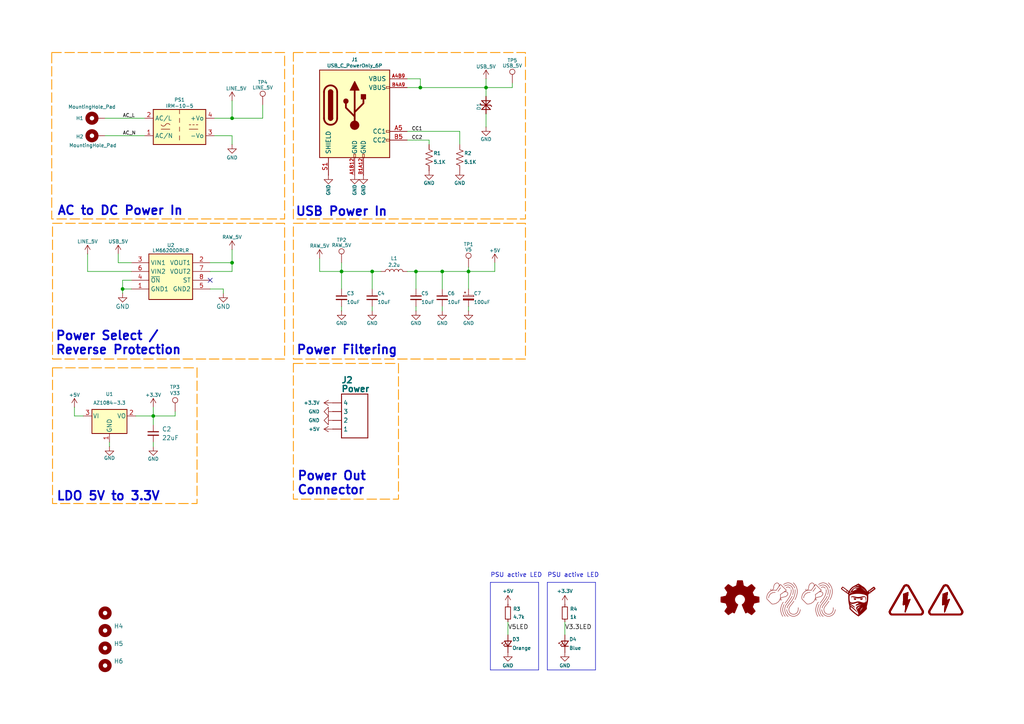
<source format=kicad_sch>
(kicad_sch (version 20250114) (generator "eeschema") (generator_version "9.0")
  (paper "A4")
  (title_block (title "Power Module") (date "2025-05-16") (rev "1.0") (company "CRG Makes") (comment 1 "Aquarius"))
  (lib_symbols
    (symbol "CRG Makes:IRM-10-5"
      (property "Reference" "PS" (at 0 6.35 0))
      (property "Value" "IRM-10-5" (at 0 -6.35 0))
      (symbol "IRM-10-5_1_1"
        (pin power_in line (at -10.16 2.54 0) (length 2.54) (name "AC/L") (number "2"))
        (pin power_in line (at -10.16 -2.54 0) (length 2.54) (name "AC/N") (number "1"))
        (pin power_out line (at 10.16 2.54 180) (length 2.54) (name "+Vo") (number "4"))
        (pin power_out line (at 10.16 -2.54 180) (length 2.54) (name "-Vo") (number "3"))
      )
    )
    (symbol "CRGM Connector:JST-SH-4"
      (property "Reference" "J" (at 0 2.794 0))
      (symbol "JST-SH-4_1_0"
        (pin passive line (at -2.54 0 0) (length 2.54) (name "4") (number "4"))
        (pin passive line (at -2.54 -2.54 0) (length 2.54) (name "3") (number "3"))
        (pin passive line (at -2.54 -5.08 0) (length 2.54) (name "2") (number "2"))
        (pin passive line (at -2.54 -7.62 0) (length 2.54) (name "1") (number "1"))
      )
    )
    (symbol "CRGM Connector:USB_C_PowerOnly_6P" (pin_names (offset 1.016))
      (property "Reference" "J" (at 0 16.51 0))
      (property "Value" "USB_C_PowerOnly_6P" (at 0 13.97 0))
      (symbol "USB_C_PowerOnly_6P_1_1"
        (pin passive line (at -7.62 -17.78 90) (length 5.08) (name "SHIELD") (number "S1"))
        (pin passive line (at 0 -17.78 90) (length 5.08) (name "GND") (number "A1B12"))
        (pin passive line (at 2.54 -17.78 90) (length 5.08) (name "GND") (number "B1A12"))
        (pin passive line (at 15.24 10.16 180) (length 5.08) (name "VBUS") (number "A4B9"))
        (pin passive line (at 15.24 7.62 180) (length 5.08) (name "VBUS") (number "B4A9"))
        (pin bidirectional line (at 15.24 -5.08 180) (length 5.08) (name "CC1") (number "A5"))
        (pin bidirectional line (at 15.24 -7.62 180) (length 5.08) (name "CC2") (number "B5"))
      )
    )
    (symbol "CRGM Logos:Aquarius Logo")
    (symbol "CRGM Logos:FNWW Face")
    (symbol "CRGM Passive:PESD5V5C1BLYL"
      (property "Reference" "D" (at -1.524 1.524 0))
      (symbol "PESD5V5C1BLYL_1_0"
        (pin bidirectional line (at -2.54 0 0) (length 0) (name "K1") (number "1"))
        (pin bidirectional line (at 2.54 0 180) (length 0) (name "K2") (number "2"))
      )
    )
    (symbol "CRGM Power:AZ1084-3.3" (pin_names (offset 0.254))
      (property "Reference" "U" (at -3.81 3.175 0))
      (property "Value" "AZ1084-3.3" (at 0 3.175 0))
      (symbol "AZ1084-3.3_1_1"
        (pin power_in line (at -7.62 0 0) (length 2.54) (name "VI") (number "3"))
        (pin power_in line (at 0 -7.62 90) (length 2.54) (name "GND") (number "1"))
        (pin power_out line (at 7.62 0 180) (length 2.54) (name "VO") (number "2"))
      )
    )
    (symbol "CRGM Power:LM66200DRLR"
      (property "Reference" "U" (at -6.096 10.922 0))
      (property "Value" "LM66200DRLR" (at -6.096 8.382 0))
      (symbol "LM66200DRLR_1_1"
        (pin passive line (at -11.43 3.81 0) (length 5.08) (name "VIN1") (number "3"))
        (pin passive line (at -11.43 1.27 0) (length 5.08) (name "VIN2") (number "6"))
        (pin passive line (at -11.43 -1.27 0) (length 5.08) (name "~{ON}") (number "4"))
        (pin passive line (at -11.43 -3.81 0) (length 5.08) (name "GND1") (number "1"))
        (pin passive line (at 11.43 3.81 180) (length 5.08) (name "VOUT1") (number "2"))
        (pin passive line (at 11.43 1.27 180) (length 5.08) (name "VOUT2") (number "7"))
        (pin passive line (at 11.43 -1.27 180) (length 5.08) (name "ST") (number "8"))
        (pin passive line (at 11.43 -3.81 180) (length 5.08) (name "GND2") (number "5"))
      )
    )
    (symbol "CRGM Symbols:High Voltage")
    (symbol "Connector:TestPoint" (pin_numbers (hide yes)) (pin_names (offset 0.762) (hide yes))
      (property "Reference" "TP" (at 0 6.858 0))
      (property "Value" "TestPoint" (at 0 5.08 0))
      (symbol "TestPoint_1_1"
        (pin passive line (at 0 0 90) (length 2.54) (name "1") (number "1"))
      )
    )
    (symbol "Device:C_Polarized_Small" (pin_numbers (hide yes)) (pin_names (offset 0.254) (hide yes))
      (property "Reference" "C" (at 0.254 1.778 0))
      (property "Value" "C_Polarized_Small" (at 0.254 -2.032 0))
      (symbol "C_Polarized_Small_1_1"
        (pin passive line (at 0 2.54 270) (length 1.8542) (name "~") (number "1"))
        (pin passive line (at 0 -2.54 90) (length 1.8542) (name "~") (number "2"))
      )
    )
    (symbol "Device:C_Small" (pin_numbers (hide yes)) (pin_names (offset 0.254) (hide yes))
      (property "Reference" "C" (at 0.254 1.778 0))
      (property "Value" "C_Small" (at 0.254 -2.032 0))
      (symbol "C_Small_1_1"
        (pin passive line (at 0 2.54 270) (length 2.032) (name "~") (number "1"))
        (pin passive line (at 0 -2.54 90) (length 2.032) (name "~") (number "2"))
      )
    )
    (symbol "Device:L" (pin_numbers (hide yes)) (pin_names (offset 1.016) (hide yes))
      (property "Reference" "L" (at -1.27 0 90))
      (property "Value" "L" (at 1.905 0 90))
      (symbol "L_1_1"
        (pin passive line (at 0 3.81 270) (length 1.27) (name "1") (number "1"))
        (pin passive line (at 0 -3.81 90) (length 1.27) (name "2") (number "2"))
      )
    )
    (symbol "Device:LED_Small" (pin_numbers (hide yes)) (pin_names (offset 0.254) (hide yes))
      (property "Reference" "D" (at -1.27 3.175 0))
      (property "Value" "LED_Small" (at -4.445 -2.54 0))
      (symbol "LED_Small_1_1"
        (pin passive line (at -2.54 0 0) (length 1.778) (name "K") (number "1"))
        (pin passive line (at 2.54 0 180) (length 1.778) (name "A") (number "2"))
      )
    )
    (symbol "Device:R_Small" (pin_numbers (hide yes)) (pin_names (offset 0.254) (hide yes))
      (property "Reference" "R" (at 0 0 90))
      (property "Value" "R_Small" (at 1.778 0 90))
      (symbol "R_Small_1_1"
        (pin passive line (at 0 2.54 270) (length 0.762) (name "~") (number "1"))
        (pin passive line (at 0 -2.54 90) (length 0.762) (name "~") (number "2"))
      )
    )
    (symbol "Device:R_US" (pin_numbers (hide yes)) (pin_names (offset 0))
      (property "Reference" "R" (at 2.54 0 90))
      (property "Value" "R_US" (at -2.54 0 90))
      (symbol "R_US_1_1"
        (pin passive line (at 0 3.81 270) (length 1.27) (name "~") (number "1"))
        (pin passive line (at 0 -3.81 90) (length 1.27) (name "~") (number "2"))
      )
    )
    (symbol "Graphic:Logo_Open_Hardware_Small" (in_bom no) (on_board no))
    (symbol "Mechanical:MountingHole" (pin_names (offset 1.016)) (in_bom no)
      (property "Reference" "H" (at 0 5.08 0))
      (property "Value" "MountingHole" (at 0 3.175 0))
    )
    (symbol "Mechanical:MountingHole_Pad" (pin_numbers (hide yes)) (pin_names (offset 1.016) (hide yes)) (in_bom no)
      (property "Reference" "H" (at 0 6.35 0))
      (property "Value" "MountingHole_Pad" (at 0 4.445 0))
      (symbol "MountingHole_Pad_1_1"
        (pin input line (at 0 -2.54 90) (length 2.54) (name "1") (number "1"))
      )
    )
    (symbol "power:+3.3V" (power) (pin_numbers (hide yes)) (pin_names (offset 0) (hide yes))
      (property "Value" "+3.3V" (at 0 3.556 0))
      (symbol "+3.3V_1_1"
        (pin power_in line (at 0 0 90) (length 0) (name "~") (number "1"))
      )
    )
    (symbol "power:+5V" (power) (pin_numbers (hide yes)) (pin_names (offset 0) (hide yes))
      (property "Value" "+5V" (at 0 3.556 0))
      (symbol "+5V_1_1"
        (pin power_in line (at 0 0 90) (length 0) (name "~") (number "1"))
      )
    )
    (symbol "power:GND" (power) (pin_numbers (hide yes)) (pin_names (offset 0) (hide yes))
      (property "Value" "GND" (at 0 -3.81 0))
      (symbol "GND_1_1"
        (pin power_in line (at 0 0 270) (length 0) (name "~") (number "1"))
      )
    )
  )
  (rectangle (start 15 15.24) (end 82.55 63.5) (stroke (width 0.254) (type dash) (color 255 153 0 1)))
  (rectangle (start 85.09 105.41) (end 115.57 144.78) (stroke (width 0.254) (type dash) (color 255 153 0 1)))
  (rectangle (start 15.24 106.68) (end 57.15 146.05) (stroke (width 0.254) (type dash) (color 255 153 0 1)))
  (rectangle (start 15.24 64.77) (end 82.55 104.14) (stroke (width 0.254) (type dash) (color 255 153 0 1)))
  (rectangle (start 85.09 64.77) (end 152.4 104.14) (stroke (width 0.254) (type dash) (color 255 153 0 1)))
  (rectangle (start 85.09 15.24) (end 152.4 63.5) (stroke (width 0.254) (type dash) (color 255 153 0 1)))
  (text "AC to DC Power In" (at 16.51 61.214 0) (effects (font (size 2.54 2.54) (thickness 0.508) (bold yes)) (justify left)))
  (text "Power Filtering" (at 85.852 101.6 0) (effects (font (size 2.54 2.54) (thickness 0.508) (bold yes)) (justify left)))
  (text "Power Out\nConnector" (at 86.106 140.208 0) (effects (font (size 2.54 2.54) (thickness 0.508) (bold yes)) (justify left)))
  (text "USB Power In" (at 85.598 61.468 0) (effects (font (size 2.54 2.54) (thickness 0.508) (bold yes)) (justify left)))
  (text "PSU active LED" (at 158.75 167.64 0) (effects (font (size 1.27 1.27)) (justify left bottom)))
  (text "LDO 5V to 3.3V" (at 16.256 144.018 0) (effects (font (size 2.54 2.54) (thickness 0.508) (bold yes)) (justify left)))
  (text "Power Select /\nReverse Protection" (at 16.002 99.568 0) (effects (font (size 2.54 2.54) (thickness 0.508) (bold yes)) (justify left)))
  (text "PSU active LED" (at 142.24 167.64 0) (effects (font (size 1.27 1.27)) (justify left bottom)))
  (junction (at 135.89 78.74))
  (junction (at 67.31 76.2))
  (junction (at 121.92 25.4))
  (junction (at 107.95 78.74))
  (junction (at 35.56 83.82))
  (junction (at 99.06 78.74))
  (junction (at 120.65 78.74))
  (junction (at 67.31 34.29))
  (junction (at 44.45 120.65))
  (junction (at 140.97 25.4))
  (junction (at 128.27 78.74))
  (no_connect (at 60.96 81.28))
  (wire (pts (xy 44.45 118.11) (xy 44.45 120.65)))
  (wire (pts (xy 140.97 25.4) (xy 140.97 27.94)))
  (polyline (pts (xy 172.72 194.31) (xy 158.75 194.31)))
  (wire (pts (xy 99.06 78.74) (xy 99.06 83.82)))
  (wire (pts (xy 140.97 25.4) (xy 140.97 22.86)))
  (wire (pts (xy 34.29 76.2) (xy 34.29 73.66)))
  (wire (pts (xy 107.95 78.74) (xy 110.49 78.74)))
  (wire (pts (xy 76.2 30.48) (xy 76.2 34.29)))
  (wire (pts (xy 92.71 78.74) (xy 92.71 74.93)))
  (wire (pts (xy 120.65 88.9) (xy 120.65 90.17)))
  (wire (pts (xy 120.65 78.74) (xy 128.27 78.74)))
  (wire (pts (xy 148.59 24.13) (xy 148.59 25.4)))
  (wire (pts (xy 30.48 34.29) (xy 41.91 34.29)))
  (wire (pts (xy 135.89 83.82) (xy 135.89 78.74)))
  (wire (pts (xy 107.95 83.82) (xy 107.95 78.74)))
  (wire (pts (xy 50.8 120.65) (xy 50.8 119.38)))
  (wire (pts (xy 60.96 78.74) (xy 67.31 78.74)))
  (wire (pts (xy 124.46 40.64) (xy 124.46 41.91)))
  (wire (pts (xy 148.59 25.4) (xy 140.97 25.4)))
  (wire (pts (xy 133.35 38.1) (xy 133.35 41.91)))
  (wire (pts (xy 60.96 83.82) (xy 64.77 83.82)))
  (wire (pts (xy 67.31 39.37) (xy 62.23 39.37)))
  (polyline (pts (xy 156.21 194.31) (xy 142.24 194.31)))
  (wire (pts (xy 120.65 78.74) (xy 120.65 83.82)))
  (wire (pts (xy 67.31 34.29) (xy 76.2 34.29)))
  (wire (pts (xy 99.06 88.9) (xy 99.06 90.17)))
  (wire (pts (xy 163.83 184.15) (xy 163.83 180.34)))
  (wire (pts (xy 147.32 184.15) (xy 147.32 180.34)))
  (wire (pts (xy 135.89 77.47) (xy 135.89 78.74)))
  (polyline (pts (xy 172.72 168.91) (xy 172.72 194.31)))
  (wire (pts (xy 60.96 76.2) (xy 67.31 76.2)))
  (wire (pts (xy 44.45 128.27) (xy 44.45 129.54)))
  (wire (pts (xy 118.11 40.64) (xy 124.46 40.64)))
  (wire (pts (xy 99.06 78.74) (xy 107.95 78.74)))
  (polyline (pts (xy 158.75 168.91) (xy 158.75 194.31)))
  (wire (pts (xy 67.31 29.21) (xy 67.31 34.29)))
  (wire (pts (xy 128.27 83.82) (xy 128.27 78.74)))
  (wire (pts (xy 118.11 22.86) (xy 121.92 22.86)))
  (wire (pts (xy 44.45 120.65) (xy 44.45 123.19)))
  (wire (pts (xy 38.1 83.82) (xy 35.56 83.82)))
  (wire (pts (xy 121.92 22.86) (xy 121.92 25.4)))
  (wire (pts (xy 140.97 33.02) (xy 140.97 36.83)))
  (wire (pts (xy 25.4 78.74) (xy 25.4 73.66)))
  (wire (pts (xy 31.75 129.54) (xy 31.75 128.27)))
  (wire (pts (xy 67.31 72.39) (xy 67.31 76.2)))
  (wire (pts (xy 35.56 81.28) (xy 35.56 83.82)))
  (wire (pts (xy 118.11 78.74) (xy 120.65 78.74)))
  (polyline (pts (xy 156.21 168.91) (xy 156.21 194.31)))
  (wire (pts (xy 44.45 120.65) (xy 50.8 120.65)))
  (wire (pts (xy 38.1 81.28) (xy 35.56 81.28)))
  (wire (pts (xy 62.23 34.29) (xy 67.31 34.29)))
  (polyline (pts (xy 158.75 168.91) (xy 172.72 168.91)))
  (wire (pts (xy 107.95 88.9) (xy 107.95 90.17)))
  (wire (pts (xy 21.59 120.65) (xy 24.13 120.65)))
  (wire (pts (xy 128.27 78.74) (xy 135.89 78.74)))
  (wire (pts (xy 67.31 41.91) (xy 67.31 39.37)))
  (wire (pts (xy 143.51 78.74) (xy 143.51 76.2)))
  (polyline (pts (xy 142.24 168.91) (xy 156.21 168.91)))
  (wire (pts (xy 99.06 76.2) (xy 99.06 78.74)))
  (wire (pts (xy 118.11 25.4) (xy 121.92 25.4)))
  (wire (pts (xy 121.92 25.4) (xy 140.97 25.4)))
  (wire (pts (xy 64.77 83.82) (xy 64.77 85.09)))
  (wire (pts (xy 135.89 78.74) (xy 143.51 78.74)))
  (wire (pts (xy 92.71 78.74) (xy 99.06 78.74)))
  (wire (pts (xy 39.37 120.65) (xy 44.45 120.65)))
  (wire (pts (xy 135.89 88.9) (xy 135.89 90.17)))
  (wire (pts (xy 21.59 118.11) (xy 21.59 120.65)))
  (wire (pts (xy 30.48 39.37) (xy 41.91 39.37)))
  (wire (pts (xy 35.56 83.82) (xy 35.56 85.09)))
  (wire (pts (xy 38.1 76.2) (xy 34.29 76.2)))
  (polyline (pts (xy 142.24 168.91) (xy 142.24 194.31)))
  (wire (pts (xy 128.27 88.9) (xy 128.27 90.17)))
  (wire (pts (xy 38.1 78.74) (xy 25.4 78.74)))
  (wire (pts (xy 67.31 78.74) (xy 67.31 76.2)))
  (wire (pts (xy 118.11 38.1) (xy 133.35 38.1)))
  (label "AC_N" (at 35.56 39.37 0) (effects (font (size 1 1))))
  (label "CC1" (at 119.38 38.1 0) (effects (font (size 1 1))))
  (label "V5LED" (at 147.32 182.88 0))
  (label "CC2" (at 119.38 40.64 0) (effects (font (size 1 1))))
  (label "V3.3LED" (at 163.83 182.88 0))
  (label "AC_L" (at 35.56 34.29 0) (effects (font (size 1 1))))
  (symbol (lib_id "power:GND") (at 163.83 189.23 0) (unit 1)
    (property "Reference" "#PWR028" (effects (hide yes)))
    (property "Value" "GND" (at 163.83 193.04 0) (effects (font (size 1 1))))
    (property "Description" "Power symbol creates a global label with name \"GND\" , ground" (effects (hide yes)))
  )
  (symbol (lib_id "Connector:TestPoint") (at 99.06 76.2 0) (mirror y) (unit 1) (in_bom no)
    (property "Reference" "TP2" (at 99.06 69.596 0) (effects (font (size 1 1))))
    (property "Value" "RAW_5V" (at 99.06 71.12 0) (effects (font (size 1 1))))
    (property "Footprint" "TestPoint:TestPoint_Pad_D1.0mm" (effects (hide yes)))
    (property "Description" "test point" (effects (hide yes)))
  )
  (symbol (lib_id "Mechanical:MountingHole") (at 30.48 177.8 0) (unit 1) (in_bom no)
    (property "Reference" "H3" (effects (hide yes)))
    (property "Value" "MountingHole" (effects (hide yes)))
    (property "Footprint" "CRGM Mechanical:MountingHole_3.2mm_M3_Pad_Via" (effects (hide yes)))
    (property "Description" "Mounting Hole without connection" (effects (hide yes)))
  )
  (symbol (lib_id "power:GND") (at 140.97 36.83 0) (unit 1)
    (property "Reference" "#PWR02" (effects (hide yes)))
    (property "Value" "GND" (at 140.97 40.386 0) (effects (font (size 1 1))))
    (property "Description" "Power symbol creates a global label with name \"GND\" , ground" (effects (hide yes)))
  )
  (symbol (lib_id "Device:C_Small") (at 44.45 125.73 0) (unit 1)
    (property "Reference" "C2" (at 46.99 124.46 0) (effects (justify left)))
    (property "Value" "22uF" (at 46.99 127 0) (effects (justify left)))
    (property "Footprint" "Capacitor_SMD:C_0603_1608Metric" (effects (hide yes)))
    (property "Datasheet" "https://www.mouser.com/datasheet/2/585/MLCC-1837944.pdf" (effects (hide yes)))
    (property "Description" "CAP CER 22UF 16V X5R 0603" (effects (hide yes)))
    (property "MN" "Samsung" (effects (hide yes)))
    (property "MF" "Samsung" (effects (hide yes)))
    (property "MPN" "CL10A226MO7JZNC" (effects (hide yes)))
    (property "Mouser" "187-CL10A226MO7JZNC" (effects (hide yes)))
    (property "Digikey" "1276-7076-2-ND" (effects (hide yes)))
    (property "LCSC" "C2762594" (effects (hide yes)))
  )
  (symbol (lib_id "power:+5V") (at 143.51 76.2 0) (unit 1)
    (property "Reference" "#PWR09" (effects (hide yes)))
    (property "Value" "+5V" (at 143.51 72.644 0) (effects (font (size 1 1))))
    (property "Description" "Power symbol creates a global label with name \"+5V\"" (effects (hide yes)))
  )
  (symbol (lib_id "power:+5V") (at 96.52 124.46 90) (unit 1)
    (property "Reference" "#PWR015" (effects (hide yes)))
    (property "Value" "+5V" (at 92.71 124.4599 90) (effects (font (size 1 1)) (justify left)))
    (property "Description" "Power symbol creates a global label with name \"+5V\"" (effects (hide yes)))
  )
  (symbol (lib_id "power:GND") (at 107.95 90.17 0) (unit 1)
    (property "Reference" "#PWR021" (effects (hide yes)))
    (property "Value" "GND" (at 107.95 93.726 0) (effects (font (size 1 1))))
    (property "Description" "Power symbol creates a global label with name \"GND\" , ground" (effects (hide yes)))
  )
  (symbol (lib_id "power:GND") (at 95.25 50.8 0) (unit 1)
    (property "Reference" "#PWR06" (effects (hide yes)))
    (property "Value" "GND" (at 95.25 55.118 90) (effects (font (size 1 1))))
    (property "Description" "Power symbol creates a global label with name \"GND\" , ground" (effects (hide yes)))
  )
  (symbol (lib_id "Device:R_Small") (at 147.32 177.8 0) (unit 1)
    (property "Reference" "R3" (at 148.8186 176.6316 0) (effects (font (size 1 1)) (justify left)))
    (property "Value" "4.7k" (at 148.8186 178.943 0) (effects (font (size 1 1)) (justify left)))
    (property "Footprint" "Resistor_SMD:R_0603_1608Metric" (effects (hide yes)))
    (property "Datasheet" "https://www.vishay.com/docs/28773/crcwce3.pdf" (effects (hide yes)))
    (property "Description" "Thick Film Resistors - SMD 1/10Watt 4.7Kohms 5% Commercial Use" (effects (hide yes)))
    (property "MN" "FOJAN" (effects (hide yes)))
    (property "MPN" "FRC0603J472 TS" (effects (hide yes)))
    (property "Mouser" "71-CRCW06034K70JNEAC" (effects (hide yes)))
    (property "Digikey" "541-3993-2-ND" (effects (hide yes)))
    (property "LCSC" "C2907166" (effects (hide yes)))
  )
  (symbol (lib_id "power:+3.3V") (at 96.52 116.84 90) (unit 1)
    (property "Reference" "#PWR012" (effects (hide yes)))
    (property "Value" "+3.3V" (at 92.71 116.8399 90) (effects (font (size 1 1)) (justify left)))
    (property "Description" "Power symbol creates a global label with name \"+3.3V\"" (effects (hide yes)))
  )
  (symbol (lib_id "power:GND") (at 128.27 90.17 0) (unit 1)
    (property "Reference" "#PWR023" (effects (hide yes)))
    (property "Value" "GND" (at 128.27 93.726 0) (effects (font (size 1 1))))
    (property "Description" "Power symbol creates a global label with name \"GND\" , ground" (effects (hide yes)))
  )
  (symbol (lib_id "power:+5V") (at 67.31 72.39 0) (unit 1)
    (property "Reference" "#PWR032" (effects (hide yes)))
    (property "Value" "RAW_5V" (at 67.31 69.342 0) (effects (font (size 1 1)) (justify bottom)))
    (property "Description" "Power symbol creates a global label with name \"+5V\"" (effects (hide yes)))
  )
  (symbol (lib_id "power:GND") (at 96.52 119.38 270) (unit 1)
    (property "Reference" "#PWR013" (effects (hide yes)))
    (property "Value" "GND" (at 92.71 119.3799 90) (effects (font (size 1 1)) (justify right)))
    (property "Description" "Power symbol creates a global label with name \"GND\" , ground" (effects (hide yes)))
  )
  (symbol (lib_id "power:GND") (at 133.35 49.53 0) (unit 1)
    (property "Reference" "#PWR05" (effects (hide yes)))
    (property "Value" "GND" (at 133.35 53.086 0) (effects (font (size 1 1))))
    (property "Description" "Power symbol creates a global label with name \"GND\" , ground" (effects (hide yes)))
  )
  (symbol (lib_id "Graphic:Logo_Open_Hardware_Small") (at 214.63 173.99 0) (unit 1) (in_bom no)
    (property "Reference" "LOGO2" (effects (hide yes)))
    (property "Value" "Logo_Open_Hardware_Small" (effects (hide yes)))
    (property "Footprint" "Symbol:OSHW-Logo_5.7x6mm_SilkScreen" (effects (hide yes)))
    (property "Description" "Open Hardware logo, small" (effects (hide yes)))
  )
  (symbol (lib_id "power:GND") (at 99.06 90.17 0) (unit 1)
    (property "Reference" "#PWR020" (effects (hide yes)))
    (property "Value" "GND" (at 99.06 93.726 0) (effects (font (size 1 1))))
    (property "Description" "Power symbol creates a global label with name \"GND\" , ground" (effects (hide yes)))
  )
  (symbol (lib_id "power:GND") (at 64.77 85.09 0) (unit 1)
    (property "Reference" "#PWR031" (effects (hide yes)))
    (property "Value" "GND" (at 64.77 88.9 0))
    (property "Description" "Power symbol creates a global label with name \"GND\" , ground" (effects (hide yes)))
  )
  (symbol (lib_id "Device:L") (at 114.3 78.74 90) (unit 1)
    (property "Reference" "L1" (at 114.3 74.93 90) (effects (font (size 1 1))))
    (property "Value" "2.2u" (at 114.3 76.835 90) (effects (font (size 1 1))))
    (property "Footprint" "Inductor_SMD:L_Sunlord_MWSA0402S" (effects (hide yes)))
    (property "Datasheet" "https://jlcpcb.com/api/file/downloadByFileSystemAccessId/8588935518867869696" (effects (hide yes)))
    (property "Description" "3A 2.2uH Shielded inductor ±20% SMD,4.4x4.2mm Power Inductors" (effects (hide yes)))
    (property "MN" "Cybermax" (effects (hide yes)))
    (property "MPN" "CMLO0420H2R2MTT" (effects (hide yes)))
    (property "Mouser" "673-PA4332222NLT" (effects (hide yes)))
    (property "Digikey" "553-3290-2-ND" (effects (hide yes)))
    (property "LCSC" "C438930" (effects (hide yes)))
  )
  (symbol (lib_id "Device:C_Small") (at 107.95 86.36 0) (unit 1)
    (property "Reference" "C4" (at 109.474 85.09 0) (effects (font (size 1 1)) (justify left)))
    (property "Value" "10uF" (at 109.474 87.63 0) (effects (font (size 1 1)) (justify left)))
    (property "Footprint" "Capacitor_SMD:C_0603_1608Metric" (effects (hide yes)))
    (property "Datasheet" "https://mm.digikey.com/Volume0/opasdata/d220001/medias/docus/43/CL10A106MO8NQNC_Spec.pdf" (effects (hide yes)))
    (property "Description" "CAP CER 10UF 16V X5R 0603" (effects (hide yes)))
    (property "MN" "Samsung" (effects (hide yes)))
    (property "MF" "Samsung" (effects (hide yes)))
    (property "MPN" "CL10A106MO8NQNC" (effects (hide yes)))
    (property "Mouser" "187-CL10A106MO8NQNC" (effects (hide yes)))
    (property "Digikey" "1276-1870-2-ND" (effects (hide yes)))
    (property "LCSC" "C92487" (effects (hide yes)))
  )
  (symbol (lib_id "Device:C_Polarized_Small") (at 135.89 86.36 0) (unit 1)
    (property "Reference" "C7" (at 137.414 85.09 0) (effects (font (size 1 1)) (justify left)))
    (property "Value" "100uF" (at 137.414 87.63 0) (effects (font (size 1 1)) (justify left)))
    (property "Footprint" "Capacitor_SMD:CP_Elec_6.3x7.7" (effects (hide yes)))
    (property "Datasheet" "https://jlcpcb.com/api/file/downloadByFileSystemAccessId/8588894527042031616" (effects (hide yes)))
    (property "Description" "100uF 35V ±20% SMD,D6.3xL7.7mm Aluminum Electrolytic Capacitors" (effects (hide yes)))
    (property "MN" "Honor Elec" (effects (hide yes)))
    (property "MPN" "RVT1V101M0607" (effects (hide yes)))
    (property "Mouser" "647-UWT1V101MCL1S" (effects (hide yes)))
    (property "Digikey" "493-2203-2-ND" (effects (hide yes)))
    (property "LCSC" "C3339" (effects (hide yes)))
    (property "Notes" "35V/Aluminum" (effects (hide yes)))
    (property "FT Rotation Offset" "180" (effects (hide yes)))
  )
  (symbol (lib_id "CRGM Symbols:High Voltage") (at 262.89 173.99 0) (unit 1) (in_bom no)
    (property "Reference" "S1" (effects (hide yes)))
    (property "Footprint" "CRGM Symbols:HIGH-VOLTAGE-5MM" (effects (hide yes)))
  )
  (symbol (lib_id "Mechanical:MountingHole") (at 30.48 187.96 0) (unit 1) (in_bom no)
    (property "Reference" "H5" (at 33.02 186.6899 0) (effects (justify left)))
    (property "Value" "MountingHole" (effects (hide yes)))
    (property "Footprint" "CRGM Mechanical:MountingHole_3.2mm_M3_Pad_Via" (effects (hide yes)))
    (property "Description" "Mounting Hole without connection" (effects (hide yes)))
  )
  (symbol (lib_id "power:+5V") (at 140.97 22.86 0) (unit 1)
    (property "Reference" "#PWR019" (effects (hide yes)))
    (property "Value" "USB_5V" (at 140.97 19.304 0) (effects (font (size 1 1))))
    (property "Description" "Power symbol creates a global label with name \"+5V\"" (effects (hide yes)))
  )
  (symbol (lib_id "power:GND") (at 102.87 50.8 0) (unit 1)
    (property "Reference" "#PWR07" (effects (hide yes)))
    (property "Value" "GND" (at 102.87 55.118 90) (effects (font (size 1 1))))
    (property "Description" "Power symbol creates a global label with name \"GND\" , ground" (effects (hide yes)))
  )
  (symbol (lib_id "power:GND") (at 120.65 90.17 0) (unit 1)
    (property "Reference" "#PWR022" (effects (hide yes)))
    (property "Value" "GND" (at 120.65 93.726 0) (effects (font (size 1 1))))
    (property "Description" "Power symbol creates a global label with name \"GND\" , ground" (effects (hide yes)))
  )
  (symbol (lib_id "power:GND") (at 96.52 121.92 270) (unit 1)
    (property "Reference" "#PWR014" (effects (hide yes)))
    (property "Value" "GND" (at 92.71 121.9199 90) (effects (font (size 1 1)) (justify right)))
    (property "Description" "Power symbol creates a global label with name \"GND\" , ground" (effects (hide yes)))
  )
  (symbol (lib_id "power:+5V") (at 147.32 175.26 0) (unit 1)
    (property "Reference" "#PWR025" (effects (hide yes)))
    (property "Value" "+5V" (at 147.32 171.45 0) (effects (font (size 1 1))))
    (property "Description" "Power symbol creates a global label with name \"+5V\"" (effects (hide yes)))
  )
  (symbol (lib_id "power:+5V") (at 21.59 118.11 0) (unit 1)
    (property "Reference" "#PWR010" (effects (hide yes)))
    (property "Value" "+5V" (at 21.59 114.554 0) (effects (font (size 1 1))))
    (property "Description" "Power symbol creates a global label with name \"+5V\"" (effects (hide yes)))
  )
  (symbol (lib_id "Device:C_Small") (at 128.27 86.36 0) (unit 1)
    (property "Reference" "C6" (at 129.794 85.09 0) (effects (font (size 1 1)) (justify left)))
    (property "Value" "10uF" (at 129.794 87.63 0) (effects (font (size 1 1)) (justify left)))
    (property "Footprint" "Capacitor_SMD:C_0603_1608Metric" (effects (hide yes)))
    (property "Datasheet" "https://mm.digikey.com/Volume0/opasdata/d220001/medias/docus/43/CL10A106MO8NQNC_Spec.pdf" (effects (hide yes)))
    (property "Description" "CAP CER 10UF 16V X5R 0603" (effects (hide yes)))
    (property "MF" "Samsung" (effects (hide yes)))
    (property "MN" "Samsung" (effects (hide yes)))
    (property "MPN" "CL10A106MO8NQNC" (effects (hide yes)))
    (property "Mouser" "187-CL10A106MO8NQNC" (effects (hide yes)))
    (property "Digikey" "1276-1870-2-ND" (effects (hide yes)))
    (property "LCSC" "C92487" (effects (hide yes)))
  )
  (symbol (lib_id "power:GND") (at 44.45 129.54 0) (unit 1)
    (property "Reference" "#PWR018" (effects (hide yes)))
    (property "Value" "GND" (at 44.45 133.096 0) (effects (font (size 1 1))))
    (property "Description" "Power symbol creates a global label with name \"GND\" , ground" (effects (hide yes)))
  )
  (symbol (lib_id "CRGM Logos:FNWW Face") (at 248.92 173.99 0) (unit 1) (in_bom no)
    (property "Reference" "LOGO1" (effects (hide yes)))
    (property "Footprint" "CRGM Logos:FNWW Face 10mm" (effects (hide yes)))
  )
  (symbol (lib_id "Device:R_US") (at 124.46 45.72 0) (unit 1)
    (property "Reference" "R1" (at 125.73 44.45 0) (effects (font (size 1 1)) (justify left)))
    (property "Value" "5.1K" (at 125.73 46.99 0) (effects (font (size 1 1)) (justify left)))
    (property "Footprint" "Resistor_SMD:R_0603_1608Metric" (effects (hide yes)))
    (property "Datasheet" "https://jlcpcb.com/api/file/downloadByFileSystemAccessId/8589837035717488640" (effects (hide yes)))
    (property "Description" "100mW Thick Film Resistors 75V ±100ppm/℃ ±5% 5.1kΩ 0603 Chip Resistor" (effects (hide yes)))
    (property "MF" "FOJAN" (effects (hide yes)))
    (property "MN" "FOJAN" (effects (hide yes)))
    (property "MPN" "FRC0603J512 TS" (effects (hide yes)))
    (property "Mouser" "71-CRCW0603J-5.1K-E3" (effects (hide yes)))
    (property "Digikey" "541-5.1KGTR-ND" (effects (hide yes)))
    (property "LCSC" "C2907114" (effects (hide yes)))
  )
  (symbol (lib_id "power:+5V") (at 34.29 73.66 0) (unit 1)
    (property "Reference" "#PWR029" (effects (hide yes)))
    (property "Value" "USB_5V" (at 34.29 70.612 0) (effects (font (size 1 1)) (justify bottom)))
    (property "Description" "Power symbol creates a global label with name \"+5V\"" (effects (hide yes)))
  )
  (symbol (lib_id "power:GND") (at 67.31 41.91 0) (unit 1)
    (property "Reference" "#PWR03" (effects (hide yes)))
    (property "Value" "GND" (at 67.31 45.72 0) (effects (font (size 1 1))))
    (property "Description" "Power symbol creates a global label with name \"GND\" , ground" (effects (hide yes)))
  )
  (symbol (lib_id "power:+5V") (at 25.4 73.66 0) (unit 1)
    (property "Reference" "#PWR016" (effects (hide yes)))
    (property "Value" "LINE_5V" (at 25.4 70.612 0) (effects (font (size 1 1)) (justify bottom)))
    (property "Description" "Power symbol creates a global label with name \"+5V\"" (effects (hide yes)))
  )
  (symbol (lib_id "CRGM Passive:PESD5V5C1BLYL") (at 140.97 30.48 90) (unit 1)
    (property "Reference" "D1" (at 139.446 32.004 0) (effects (font (size 1 1) (thickness 0.125)) (justify left bottom)))
    (property "Value" "PESD5V5C1BL" (effects (hide yes)))
    (property "Footprint" "CRGM Passive:DFN1006-2" (effects (hide yes)))
    (property "Datasheet" "https://assets.nexperia.com/documents/data-sheet/PESD5V5C1BL.pdf" (effects (hide yes)))
    (property "Description" "TVS DIODE Vrwm=5.5v Vcl=5.4v Ippm=6.5A DFN10062" (effects (hide yes)))
    (property "MN" "Nexperia" (effects (hide yes)))
    (property "MPN" "PESD5V5C1BLYL" (effects (hide yes)))
    (property "Mouser" "771-PESD5V5C1BLYL" (effects (hide yes)))
    (property "Digikey" "1727-PESD5V5C1BLYLTR-ND" (effects (hide yes)))
    (property "LCSC" "C2827636" (effects (hide yes)))
  )
  (symbol (lib_id "Device:C_Small") (at 120.65 86.36 0) (unit 1)
    (property "Reference" "C5" (at 122.174 85.09 0) (effects (font (size 1 1)) (justify left)))
    (property "Value" "10uF" (at 122.174 87.63 0) (effects (font (size 1 1)) (justify left)))
    (property "Footprint" "Capacitor_SMD:C_0603_1608Metric" (effects (hide yes)))
    (property "Datasheet" "https://mm.digikey.com/Volume0/opasdata/d220001/medias/docus/43/CL10A106MO8NQNC_Spec.pdf" (effects (hide yes)))
    (property "Description" "CAP CER 10UF 16V X5R 0603" (effects (hide yes)))
    (property "MN" "Samsung" (effects (hide yes)))
    (property "MF" "Samsung" (effects (hide yes)))
    (property "MPN" "CL10A106MO8NQNC" (effects (hide yes)))
    (property "Mouser" "187-CL10A106MO8NQNC" (effects (hide yes)))
    (property "Digikey" "1276-1870-2-ND" (effects (hide yes)))
    (property "LCSC" "C92487" (effects (hide yes)))
  )
  (symbol (lib_id "Device:LED_Small") (at 163.83 186.69 90) (unit 1)
    (property "Reference" "D4" (at 165.1 185.42 90) (effects (font (size 1 1)) (justify right)))
    (property "Value" "Blue" (at 165.1 187.96 90) (effects (font (size 1 1)) (justify right)))
    (property "Footprint" "CRGM Passive:LED_0603_1608Metric" (effects (hide yes)))
    (property "Datasheet" "https://optoelectronics.liteon.com/upload/download/DS22-2000-228/LTST-C191KGKT.PDF" (effects (hide yes)))
    (property "Description" "20mA 240mcd Colorless Blue 120° 70mW 3.3V 0603" (effects (hide yes)))
    (property "MN" "XINGLIGHT" (effects (hide yes)))
    (property "MPN" "XL-1608UBC-04" (effects (hide yes)))
    (property "Mouser" "710-150060BS75020" (effects (hide yes)))
    (property "Digikey" "5962-XL-1608UBC-04TR-ND" (effects (hide yes)))
    (property "LCSC" "C965807" (effects (hide yes)))
  )
  (symbol (lib_id "power:GND") (at 35.56 85.09 0) (unit 1)
    (property "Reference" "#PWR030" (effects (hide yes)))
    (property "Value" "GND" (at 35.56 88.9 0))
    (property "Description" "Power symbol creates a global label with name \"GND\" , ground" (effects (hide yes)))
  )
  (symbol (lib_id "power:+5V") (at 67.31 29.21 0) (unit 1)
    (property "Reference" "#PWR01" (effects (hide yes)))
    (property "Value" "LINE_5V" (at 65.532 25.654 0) (effects (font (size 1 1)) (justify left)))
    (property "Description" "Power symbol creates a global label with name \"+5V\"" (effects (hide yes)))
  )
  (symbol (lib_id "power:GND") (at 135.89 90.17 0) (unit 1)
    (property "Reference" "#PWR024" (effects (hide yes)))
    (property "Value" "GND" (at 135.89 93.726 0) (effects (font (size 1 1))))
    (property "Description" "Power symbol creates a global label with name \"GND\" , ground" (effects (hide yes)))
  )
  (symbol (lib_id "power:GND") (at 31.75 129.54 0) (unit 1)
    (property "Reference" "#PWR017" (effects (hide yes)))
    (property "Value" "GND" (at 31.75 132.842 0) (effects (font (size 1 1))))
    (property "Description" "Power symbol creates a global label with name \"GND\" , ground" (effects (hide yes)))
  )
  (symbol (lib_id "Mechanical:MountingHole") (at 30.48 182.88 0) (unit 1) (in_bom no)
    (property "Reference" "H4" (at 33.02 181.6099 0) (effects (justify left)))
    (property "Value" "MountingHole" (effects (hide yes)))
    (property "Footprint" "CRGM Mechanical:MountingHole_3.2mm_M3_Pad_Via" (effects (hide yes)))
    (property "Description" "Mounting Hole without connection" (effects (hide yes)))
  )
  (symbol (lib_id "Device:C_Small") (at 99.06 86.36 0) (unit 1)
    (property "Reference" "C3" (at 100.584 85.09 0) (effects (font (size 1 1)) (justify left)))
    (property "Value" "10uF" (at 100.584 87.63 0) (effects (font (size 1 1)) (justify left)))
    (property "Footprint" "Capacitor_SMD:C_0603_1608Metric" (effects (hide yes)))
    (property "Datasheet" "https://mm.digikey.com/Volume0/opasdata/d220001/medias/docus/43/CL10A106MO8NQNC_Spec.pdf" (effects (hide yes)))
    (property "Description" "CAP CER 10UF 16V X5R 0603" (effects (hide yes)))
    (property "MF" "Samsung" (effects (hide yes)))
    (property "MN" "Samsung" (effects (hide yes)))
    (property "MPN" "CL10A106MO8NQNC" (effects (hide yes)))
    (property "Mouser" "187-CL10A106MO8NQNC" (effects (hide yes)))
    (property "Digikey" "1276-1870-2-ND" (effects (hide yes)))
    (property "LCSC" "C92487" (effects (hide yes)))
  )
  (symbol (lib_id "CRGM Connector:JST-SH-4") (at 99.06 116.84 0) (unit 1)
    (property "Reference" "J2" (at 98.806 110.236 0) (effects (font (size 1.778 1.778) (thickness 0.3556) (bold yes)) (justify left)))
    (property "Value" "Power" (at 98.806 112.776 0) (effects (font (size 1.778 1.778) (thickness 0.3556) (bold yes)) (justify left)))
    (property "Footprint" "CRGM Connector:JST_SH_SM04B-SRSS-TB_1x04-1MP_P1.00mm_Horizontal" (effects (hide yes)))
    (property "Datasheet" "https://www.jst-mfg.com/product/pdf/eng/eSH.pdf" (effects (hide yes)))
    (property "Description" "JST SH 1.0mm 4 Position" (effects (hide yes)))
    (property "MN" "JST" (effects (hide yes)))
    (property "MPN" "SM04B-SRSS-TB" (effects (hide yes)))
    (property "Mouser" "306-SM04BSRSSTBLFSN" (effects (hide yes)))
    (property "Digikey" "455-SM04B-SRSS-TBTR-ND" (effects (hide yes)))
    (property "LCSC" "C2763614" (effects (hide yes)))
  )
  (symbol (lib_id "CRGM Power:AZ1084-3.3") (at 31.75 120.65 0) (unit 1)
    (property "Reference" "U1" (at 31.75 114.3 0) (effects (font (size 1 1))))
    (property "Value" "AZ1084-3.3" (at 31.75 116.84 0) (effects (font (size 1 1))))
    (property "Footprint" "CRGM Power:TO-252-2" (effects (hide yes)))
    (property "Datasheet" "https://www.diodes.com/assets/Datasheets/AZ1084.pdf" (effects (hide yes)))
    (property "Description" "5A 12V Fixed LDO Linear Regulator, 1.5V, TO-220/TO-252/TO-263" (effects (hide yes)))
    (property "MN" "Diodes Incorporated" (effects (hide yes)))
    (property "MPN" "AZ1084CD-3.3TRG1" (effects (hide yes)))
    (property "Mouser" "621-AZ1084CD-3.3TRG1" (effects (hide yes)))
    (property "Digikey" "AZ1084CD-3.3TRG1DITR-ND" (effects (hide yes)))
    (property "LCSC" "C151391" (effects (hide yes)))
    (property "FT Position Offset" "-3.3,0" (effects (hide yes)))
  )
  (symbol (lib_id "Connector:TestPoint") (at 135.89 77.47 0) (mirror y) (unit 1) (in_bom no)
    (property "Reference" "TP1" (at 135.89 70.866 0) (effects (font (size 1 1))))
    (property "Value" "V5" (at 135.89 72.39 0) (effects (font (size 1 1))))
    (property "Footprint" "TestPoint:TestPoint_Pad_D1.0mm" (effects (hide yes)))
    (property "Description" "test point" (effects (hide yes)))
  )
  (symbol (lib_id "CRGM Symbols:High Voltage") (at 274.32 173.99 0) (unit 1) (in_bom no)
    (property "Reference" "S2" (effects (hide yes)))
    (property "Footprint" "CRGM Symbols:HIGH-VOLTAGE-5MM" (effects (hide yes)))
  )
  (symbol (lib_id "CRGM Connector:USB_C_PowerOnly_6P") (at 102.87 33.02 0) (unit 1)
    (property "Reference" "J1" (at 102.87 17.272 0) (effects (font (size 1 1))))
    (property "Value" "USB_C_PowerOnly_6P" (at 102.87 19.05 0) (effects (font (size 1 1))))
    (property "Footprint" "CRGM Connector:GCT_USB4105-GF-A" (effects (hide yes)))
    (property "Datasheet" "https://www.usb.org/sites/default/files/documents/usb_type-c.zip" (effects (hide yes)))
    (property "Description" "USB Power-Only 6P Type-C Receptacle connector" (effects (hide yes)))
    (property "MN" "GTC" (effects (hide yes)))
    (property "MPN" "USB4105-GF-A-060" (effects (hide yes)))
    (property "Digikey" "2073-USB4105-GF-A-060TR-ND" (effects (hide yes)))
    (property "Mouser" "640-USB4105-GF-A-060" (effects (hide yes)))
    (property "LCSC" "C165948" (effects (hide yes)))
  )
  (symbol (lib_id "power:GND") (at 124.46 49.53 0) (unit 1)
    (property "Reference" "#PWR04" (effects (hide yes)))
    (property "Value" "GND" (at 124.46 53.086 0) (effects (font (size 1 1))))
    (property "Description" "Power symbol creates a global label with name \"GND\" , ground" (effects (hide yes)))
  )
  (symbol (lib_id "power:+5V") (at 92.71 74.93 0) (unit 1)
    (property "Reference" "#PWR033" (effects (hide yes)))
    (property "Value" "RAW_5V" (at 92.71 71.882 0) (effects (font (size 1 1)) (justify bottom)))
    (property "Description" "Power symbol creates a global label with name \"+5V\"" (effects (hide yes)))
  )
  (symbol (lib_id "CRGM Logos:Aquarius Logo") (at 237.49 173.99 0) (unit 1) (in_bom no)
    (property "Reference" "LOGO3" (effects (hide yes)))
    (property "Footprint" "CRGM Logos:Aquarius Logo 10mm" (effects (hide yes)))
  )
  (symbol (lib_id "CRGM Logos:Aquarius Logo") (at 227.33 173.99 0) (unit 1) (in_bom no)
    (property "Reference" "LOGO4" (effects (hide yes)))
    (property "Footprint" "CRGM Logos:Aquarius Logo 5mm" (effects (hide yes)))
  )
  (symbol (lib_id "power:+3.3V") (at 44.45 118.11 0) (unit 1)
    (property "Reference" "#PWR011" (effects (hide yes)))
    (property "Value" "+3.3V" (at 44.45 114.554 0) (effects (font (size 1 1))))
    (property "Description" "Power symbol creates a global label with name \"+3.3V\"" (effects (hide yes)))
  )
  (symbol (lib_id "Device:R_Small") (at 163.83 177.8 0) (unit 1)
    (property "Reference" "R4" (at 165.3286 176.6316 0) (effects (font (size 1 1)) (justify left)))
    (property "Value" "1k" (at 165.3286 178.943 0) (effects (font (size 1 1)) (justify left)))
    (property "Footprint" "Resistor_SMD:R_0603_1608Metric" (effects (hide yes)))
    (property "Datasheet" "https://www.vishay.com/docs/20035/dcrcwe3.pdf" (effects (hide yes)))
    (property "Description" "Thick Film Resistors - SMD 1/10watt 1.0Kohms 1%" (effects (hide yes)))
    (property "MN" "Vishay" (effects (hide yes)))
    (property "MPN" "CRCW06031K00FKEA" (effects (hide yes)))
    (property "Mouser" "71-CRCW0603-1.0K-E3" (effects (hide yes)))
    (property "Digikey" "541-1.00KHTR-ND" (effects (hide yes)))
    (property "LCSC" "C2907113" (effects (hide yes)))
  )
  (symbol (lib_id "Connector:TestPoint") (at 76.2 30.48 0) (mirror y) (unit 1) (in_bom no)
    (property "Reference" "TP4" (at 76.2 23.876 0) (effects (font (size 1 1))))
    (property "Value" "LINE_5V" (at 76.2 25.4 0) (effects (font (size 1 1))))
    (property "Footprint" "TestPoint:TestPoint_Pad_D1.0mm" (effects (hide yes)))
    (property "Description" "test point" (effects (hide yes)))
  )
  (symbol (lib_id "Connector:TestPoint") (at 50.8 119.38 0) (unit 1) (in_bom no)
    (property "Reference" "TP3" (at 49.276 112.268 0) (effects (font (size 1 1)) (justify left)))
    (property "Value" "V33" (at 49.276 114.046 0) (effects (font (size 1 1)) (justify left)))
    (property "Footprint" "TestPoint:TestPoint_Pad_D1.0mm" (effects (hide yes)))
    (property "Description" "test point" (effects (hide yes)))
  )
  (symbol (lib_id "Device:LED_Small") (at 147.32 186.69 90) (unit 1)
    (property "Reference" "D3" (at 148.59 185.42 90) (effects (font (size 1 1)) (justify right)))
    (property "Value" "Orange" (at 148.59 187.96 90) (effects (font (size 1 1)) (justify right)))
    (property "Footprint" "CRGM Passive:LED_0603_1608Metric" (effects (hide yes)))
    (property "Datasheet" "https://optoelectronics.liteon.com/upload/download/DS22-2000-228/LTST-C191KGKT.PDF" (effects (hide yes)))
    (property "Description" "20mA 315mcd Colorless Orange 120° 50mW 2.3V 0603" (effects (hide yes)))
    (property "MN" "XINGLIGHT" (effects (hide yes)))
    (property "MPN" "XL-1608UOC-06" (effects (hide yes)))
    (property "Mouser" "859-LTST-C190KFKT" (effects (hide yes)))
    (property "Digikey" "5962-XL-1608UOC-06TR-ND" (effects (hide yes)))
    (property "LCSC" "C965800" (effects (hide yes)))
  )
  (symbol (lib_id "power:+3.3V") (at 163.83 175.26 0) (unit 1)
    (property "Reference" "#PWR026" (effects (hide yes)))
    (property "Value" "+3.3V" (at 163.83 171.45 0) (effects (font (size 1 1))))
    (property "Description" "Power symbol creates a global label with name \"+3.3V\"" (effects (hide yes)))
  )
  (symbol (lib_id "Device:R_US") (at 133.35 45.72 0) (unit 1)
    (property "Reference" "R2" (at 134.62 44.45 0) (effects (font (size 1 1)) (justify left)))
    (property "Value" "5.1K" (at 134.62 46.99 0) (effects (font (size 1 1)) (justify left)))
    (property "Footprint" "Resistor_SMD:R_0603_1608Metric" (effects (hide yes)))
    (property "Datasheet" "https://jlcpcb.com/api/file/downloadByFileSystemAccessId/8589837035717488640" (effects (hide yes)))
    (property "Description" "100mW Thick Film Resistors 75V ±100ppm/℃ ±5% 5.1kΩ 0603 Chip Resistor" (effects (hide yes)))
    (property "MF" "FOJAN" (effects (hide yes)))
    (property "MN" "FOJAN" (effects (hide yes)))
    (property "MPN" "FRC0603J512 TS" (effects (hide yes)))
    (property "Mouser" "71-CRCW0603J-5.1K-E3" (effects (hide yes)))
    (property "Digikey" "541-5.1KGTR-ND" (effects (hide yes)))
    (property "LCSC" "C2907114" (effects (hide yes)))
  )
  (symbol (lib_id "Mechanical:MountingHole_Pad") (at 27.94 39.37 90) (unit 1) (in_bom no)
    (property "Reference" "H2" (at 23.114 39.624 90) (effects (font (size 1 1))))
    (property "Value" "MountingHole_Pad" (at 26.924 42.164 90) (effects (font (size 1 1))))
    (property "Footprint" "CRGM Mechanical:MountingHole_3.2mm_M3_Pad_Via" (effects (hide yes)))
    (property "Description" "Mounting Hole with connection" (effects (hide yes)))
  )
  (symbol (lib_id "CRGM Power:LM66200DRLR") (at 49.53 80.01 0) (unit 1)
    (property "Reference" "U2" (at 49.53 71.12 0) (effects (font (size 1 1))))
    (property "Value" "LM66200DRLR" (at 49.53 72.644 0) (effects (font (size 1 1))))
    (property "Footprint" "CRGM Power:SOTFL50P160X60-8N" (effects (hide yes)))
    (property "Datasheet" "https://www.ti.com/lit/gpn/lm66200" (effects (hide yes)))
    (property "Description" "1.6-V to 5.5-V, 40-m, 2.5-A, low-IQ, dual ideal diode" (effects (hide yes)))
    (property "MN" "Texas Instruments" (effects (hide yes)))
    (property "MPN" "LM66200DRLR" (effects (hide yes)))
    (property "Mouser" "595-LM66200DRLR" (effects (hide yes)))
    (property "Digikey" "296-LM66200DRLRTR-ND" (effects (hide yes)))
    (property "LCSC" "C3235556" (effects (hide yes)))
    (property "Height" "0.6" (effects (hide yes)))
    (property "FT Rotation Offset" "-90" (effects (hide yes)))
  )
  (symbol (lib_id "CRG Makes:IRM-10-5") (at 52.07 36.83 0) (unit 1)
    (property "Reference" "PS1" (at 52.07 28.956 0) (effects (font (size 1 1))))
    (property "Value" "IRM-10-5" (at 52.07 30.734 0) (effects (font (size 1 1))))
    (property "Footprint" "Converter_ACDC:Converter_ACDC_MeanWell_IRM-10-xx_THT" (effects (hide yes)))
    (property "Datasheet" "https://www.meanwell.com/Upload/PDF/IRM-10/IRM-10-SPEC.PDF" (effects (hide yes)))
    (property "Description" "5V, 2A, 10W, Isolated, AC-DC, 222A(IRM10)" (effects (hide yes)))
    (property "MN" "Meanwell" (effects (hide yes)))
    (property "MPN" "IRM-10-5" (effects (hide yes)))
    (property "Mouser" "709-IRM10-5" (effects (hide yes)))
    (property "Digikey" "1866-3032-ND" (effects (hide yes)))
    (property "LCSC" "C2857903" (effects (hide yes)))
  )
  (symbol (lib_id "Connector:TestPoint") (at 148.59 24.13 0) (mirror y) (unit 1) (in_bom no)
    (property "Reference" "TP5" (at 148.59 17.526 0) (effects (font (size 1 1))))
    (property "Value" "USB_5V" (at 148.59 19.05 0) (effects (font (size 1 1))))
    (property "Footprint" "TestPoint:TestPoint_Pad_D1.0mm" (effects (hide yes)))
    (property "Description" "test point" (effects (hide yes)))
  )
  (symbol (lib_id "power:GND") (at 147.32 189.23 0) (unit 1)
    (property "Reference" "#PWR027" (effects (hide yes)))
    (property "Value" "GND" (at 147.32 193.04 0) (effects (font (size 1 1))))
    (property "Description" "Power symbol creates a global label with name \"GND\" , ground" (effects (hide yes)))
  )
  (symbol (lib_id "Mechanical:MountingHole_Pad") (at 27.94 34.29 90) (unit 1) (in_bom no)
    (property "Reference" "H1" (at 23.114 34.29 90) (effects (font (size 1 1))))
    (property "Value" "MountingHole_Pad" (at 26.67 30.988 90) (effects (font (size 1 1))))
    (property "Footprint" "CRGM Mechanical:MountingHole_3.2mm_M3_Pad_Via" (effects (hide yes)))
    (property "Description" "Mounting Hole with connection" (effects (hide yes)))
  )
  (symbol (lib_id "Mechanical:MountingHole") (at 30.48 193.04 0) (unit 1) (in_bom no)
    (property "Reference" "H6" (at 33.02 191.7699 0) (effects (justify left)))
    (property "Value" "MountingHole" (effects (hide yes)))
    (property "Footprint" "CRGM Mechanical:MountingHole_3.2mm_M3_Pad_Via" (effects (hide yes)))
    (property "Description" "Mounting Hole without connection" (effects (hide yes)))
  )
  (symbol (lib_id "power:GND") (at 105.41 50.8 0) (unit 1)
    (property "Reference" "#PWR08" (effects (hide yes)))
    (property "Value" "GND" (at 105.41 55.118 90) (effects (font (size 1 1))))
    (property "Description" "Power symbol creates a global label with name \"GND\" , ground" (effects (hide yes)))
  )
)
</source>
